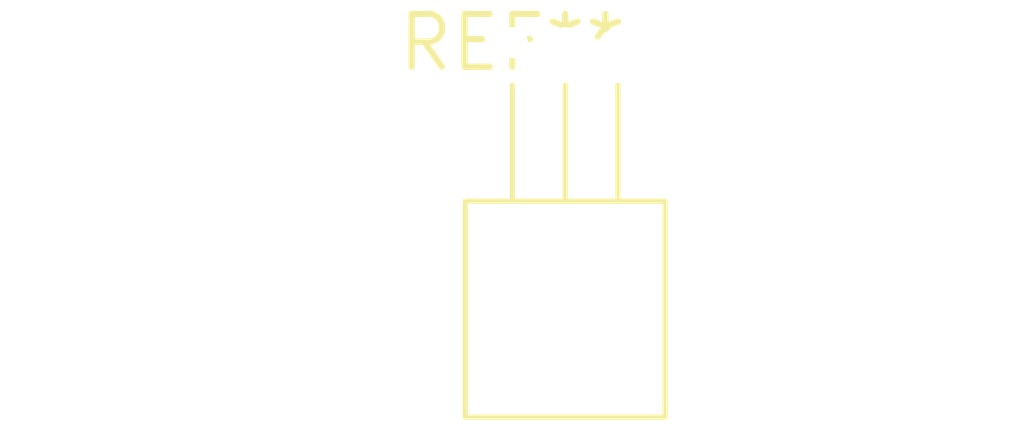
<source format=kicad_pcb>
(kicad_pcb (version 20240108) (generator pcbnew)
  (layers (0 "F.Cu" signal) (31 "B.Cu" signal) (34 "B.Paste" user) (35 "F.Paste" user) (36 "B.SilkS" user "B.Silkscreen") (37 "F.SilkS" user "F.Silkscreen") (38 "B.Mask" user) (39 "F.Mask" user) (44 "Edge.Cuts" user))
  (net 0 "")
  (footprint "TO-92_Inline_Horizontal1" (layer "F.Cu") (at 0 0)
    (property "Reference" "REF**")
    (property "Value" "TO-92_Inline_Horizontal1")
    (fp_line (start -1.13 3.81) (end 3.67 3.81) (layer "F.SilkS") (stroke (width 0.12)))
    (fp_line (start -1.13 9) (end -1.13 3.81) (layer "F.SilkS") (stroke (width 0.12)))
    (fp_line (start 0 1.02) (end 0 3.81) (layer "F.SilkS") (stroke (width 0.12)))
    (fp_line (start 1.27 1.02) (end 1.27 3.81) (layer "F.SilkS") (stroke (width 0.12)))
    (fp_line (start 2.54 1.02) (end 2.54 3.81) (layer "F.SilkS") (stroke (width 0.12)))
    (fp_line (start 3.67 3.81) (end 3.67 9) (layer "F.SilkS") (stroke (width 0.12)))
    (fp_line (start 3.67 9) (end -1.13 9) (layer "F.SilkS") (stroke (width 0.12)))
    (pad "1" thru_hole rect (at 0 0) (size 1.05 1.5) (drill 0.75) (layers *.Cu *.Mask) (remove_unused_layers))
    (pad "2" thru_hole oval (at 1.27 0) (size 1.05 1.5) (drill 0.75) (layers *.Cu *.Mask) (remove_unused_layers))
    (pad "3" thru_hole oval (at 2.54 0) (size 1.05 1.5) (drill 0.75) (layers *.Cu *.Mask) (remove_unused_layers))
  )
)
</source>
